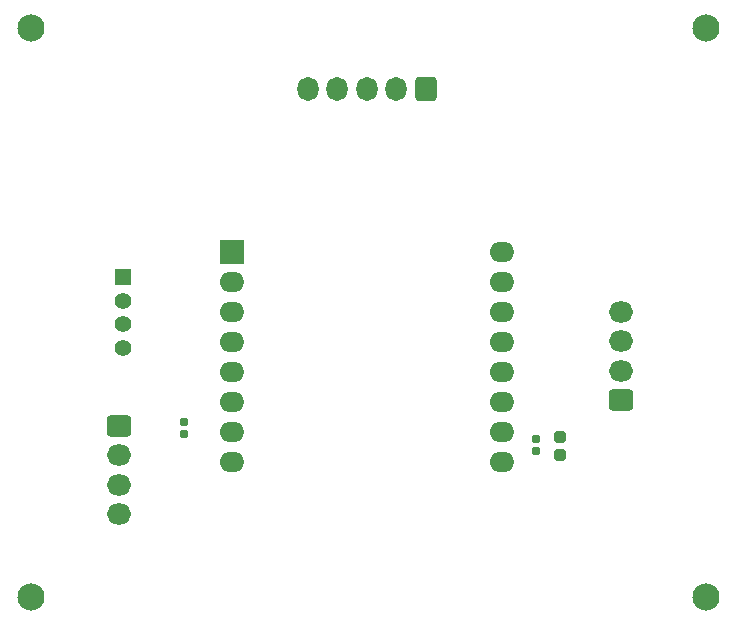
<source format=gbr>
%TF.GenerationSoftware,KiCad,Pcbnew,(6.0.9)*%
%TF.CreationDate,2023-01-13T23:22:46-06:00*%
%TF.ProjectId,PlantHumidifier,506c616e-7448-4756-9d69-646966696572,A*%
%TF.SameCoordinates,Original*%
%TF.FileFunction,Soldermask,Top*%
%TF.FilePolarity,Negative*%
%FSLAX46Y46*%
G04 Gerber Fmt 4.6, Leading zero omitted, Abs format (unit mm)*
G04 Created by KiCad (PCBNEW (6.0.9)) date 2023-01-13 23:22:46*
%MOMM*%
%LPD*%
G01*
G04 APERTURE LIST*
G04 Aperture macros list*
%AMRoundRect*
0 Rectangle with rounded corners*
0 $1 Rounding radius*
0 $2 $3 $4 $5 $6 $7 $8 $9 X,Y pos of 4 corners*
0 Add a 4 corners polygon primitive as box body*
4,1,4,$2,$3,$4,$5,$6,$7,$8,$9,$2,$3,0*
0 Add four circle primitives for the rounded corners*
1,1,$1+$1,$2,$3*
1,1,$1+$1,$4,$5*
1,1,$1+$1,$6,$7*
1,1,$1+$1,$8,$9*
0 Add four rect primitives between the rounded corners*
20,1,$1+$1,$2,$3,$4,$5,0*
20,1,$1+$1,$4,$5,$6,$7,0*
20,1,$1+$1,$6,$7,$8,$9,0*
20,1,$1+$1,$8,$9,$2,$3,0*%
G04 Aperture macros list end*
%ADD10C,2.301600*%
%ADD11RoundRect,0.300800X0.600000X0.725000X-0.600000X0.725000X-0.600000X-0.725000X0.600000X-0.725000X0*%
%ADD12O,1.801600X2.051600*%
%ADD13RoundRect,0.275800X0.250000X-0.225000X0.250000X0.225000X-0.250000X0.225000X-0.250000X-0.225000X0*%
%ADD14RoundRect,0.190800X0.170000X-0.140000X0.170000X0.140000X-0.170000X0.140000X-0.170000X-0.140000X0*%
%ADD15RoundRect,0.300800X-0.725000X0.600000X-0.725000X-0.600000X0.725000X-0.600000X0.725000X0.600000X0*%
%ADD16O,2.051600X1.801600*%
%ADD17RoundRect,0.185800X0.185000X-0.135000X0.185000X0.135000X-0.185000X0.135000X-0.185000X-0.135000X0*%
%ADD18RoundRect,0.300800X0.725000X-0.600000X0.725000X0.600000X-0.725000X0.600000X-0.725000X-0.600000X0*%
%ADD19RoundRect,0.050800X-1.000000X-1.000000X1.000000X-1.000000X1.000000X1.000000X-1.000000X1.000000X0*%
%ADD20O,2.101600X1.701600*%
%ADD21RoundRect,0.050800X-0.654000X0.654000X-0.654000X-0.654000X0.654000X-0.654000X0.654000X0.654000X0*%
%ADD22C,1.409600*%
G04 APERTURE END LIST*
D10*
%TO.C,H4*%
X60600000Y-104750000D03*
%TD*%
D11*
%TO.C,J2*%
X94000000Y-61775000D03*
D12*
X91500000Y-61775000D03*
X89000000Y-61775000D03*
X86500000Y-61775000D03*
X84000000Y-61775000D03*
%TD*%
D13*
%TO.C,C1*%
X105384600Y-92799200D03*
X105384600Y-91249200D03*
%TD*%
D14*
%TO.C,C2*%
X103327200Y-92402600D03*
X103327200Y-91442600D03*
%TD*%
D15*
%TO.C,J4*%
X68000000Y-90300000D03*
D16*
X68000000Y-92800000D03*
X68000000Y-95300000D03*
X68000000Y-97800000D03*
%TD*%
D10*
%TO.C,H3*%
X117750000Y-104750000D03*
%TD*%
D17*
%TO.C,R2*%
X73507600Y-91010000D03*
X73507600Y-89990000D03*
%TD*%
D18*
%TO.C,J3*%
X110500000Y-88150000D03*
D16*
X110500000Y-85650000D03*
X110500000Y-83150000D03*
X110500000Y-80650000D03*
%TD*%
D10*
%TO.C,H2*%
X117750000Y-56650000D03*
%TD*%
%TO.C,H1*%
X60600000Y-56650000D03*
%TD*%
D19*
%TO.C,U1*%
X77574000Y-75565000D03*
D20*
X77574000Y-78105000D03*
X77574000Y-80645000D03*
X77574000Y-83185000D03*
X77574000Y-85725000D03*
X77574000Y-88265000D03*
X77574000Y-90805000D03*
X77574000Y-93345000D03*
X100434000Y-93345000D03*
X100434000Y-90805000D03*
X100434000Y-88265000D03*
X100434000Y-85725000D03*
X100434000Y-83185000D03*
X100434000Y-80645000D03*
X100434000Y-78105000D03*
X100434000Y-75565000D03*
%TD*%
D21*
%TO.C,J1*%
X68400000Y-77700000D03*
D22*
X68400000Y-79700000D03*
X68400000Y-81700000D03*
X68400000Y-83700000D03*
%TD*%
M02*

</source>
